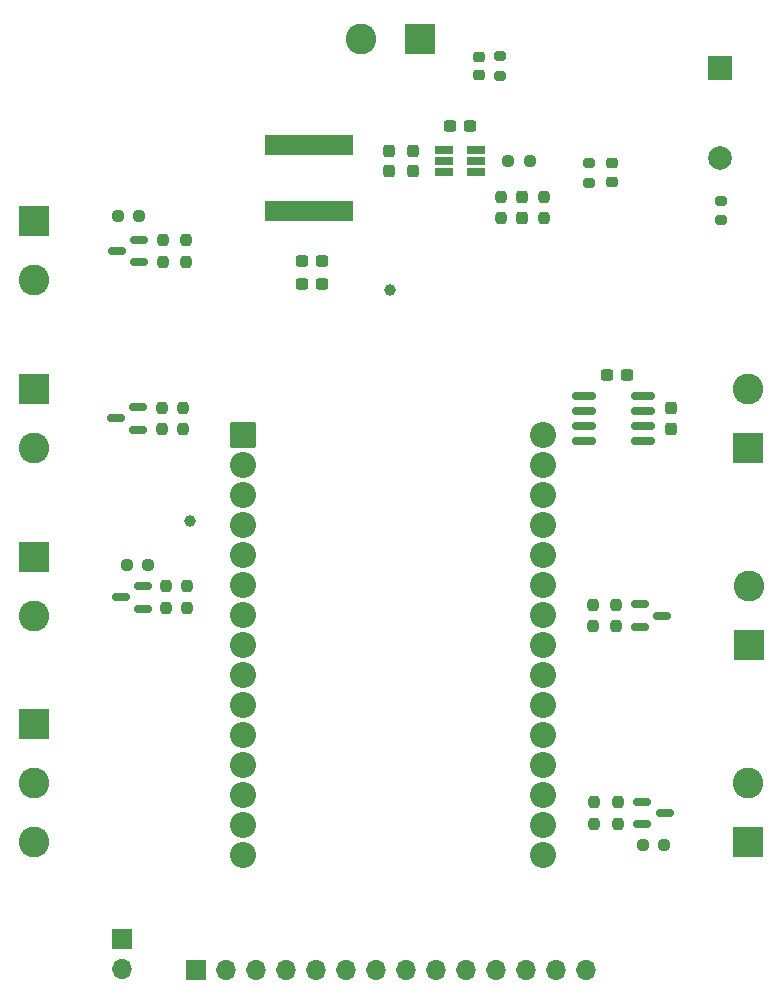
<source format=gts>
G04 #@! TF.GenerationSoftware,KiCad,Pcbnew,7.0.10*
G04 #@! TF.CreationDate,2024-04-22T09:57:33-04:00*
G04 #@! TF.ProjectId,reflow_oven_board_rev_2,7265666c-6f77-45f6-9f76-656e5f626f61,1.0*
G04 #@! TF.SameCoordinates,Original*
G04 #@! TF.FileFunction,Soldermask,Top*
G04 #@! TF.FilePolarity,Negative*
%FSLAX46Y46*%
G04 Gerber Fmt 4.6, Leading zero omitted, Abs format (unit mm)*
G04 Created by KiCad (PCBNEW 7.0.10) date 2024-04-22 09:57:33*
%MOMM*%
%LPD*%
G01*
G04 APERTURE LIST*
G04 Aperture macros list*
%AMRoundRect*
0 Rectangle with rounded corners*
0 $1 Rounding radius*
0 $2 $3 $4 $5 $6 $7 $8 $9 X,Y pos of 4 corners*
0 Add a 4 corners polygon primitive as box body*
4,1,4,$2,$3,$4,$5,$6,$7,$8,$9,$2,$3,0*
0 Add four circle primitives for the rounded corners*
1,1,$1+$1,$2,$3*
1,1,$1+$1,$4,$5*
1,1,$1+$1,$6,$7*
1,1,$1+$1,$8,$9*
0 Add four rect primitives between the rounded corners*
20,1,$1+$1,$2,$3,$4,$5,0*
20,1,$1+$1,$4,$5,$6,$7,0*
20,1,$1+$1,$6,$7,$8,$9,0*
20,1,$1+$1,$8,$9,$2,$3,0*%
G04 Aperture macros list end*
%ADD10R,2.600000X2.600000*%
%ADD11C,2.600000*%
%ADD12R,7.500000X1.800000*%
%ADD13R,1.560000X0.650000*%
%ADD14RoundRect,0.102000X-1.000000X-1.000000X1.000000X-1.000000X1.000000X1.000000X-1.000000X1.000000X0*%
%ADD15C,2.204000*%
%ADD16RoundRect,0.237500X0.237500X-0.250000X0.237500X0.250000X-0.237500X0.250000X-0.237500X-0.250000X0*%
%ADD17RoundRect,0.237500X-0.237500X0.250000X-0.237500X-0.250000X0.237500X-0.250000X0.237500X0.250000X0*%
%ADD18RoundRect,0.237500X-0.237500X0.300000X-0.237500X-0.300000X0.237500X-0.300000X0.237500X0.300000X0*%
%ADD19RoundRect,0.237500X0.300000X0.237500X-0.300000X0.237500X-0.300000X-0.237500X0.300000X-0.237500X0*%
%ADD20RoundRect,0.237500X0.237500X-0.300000X0.237500X0.300000X-0.237500X0.300000X-0.237500X-0.300000X0*%
%ADD21RoundRect,0.150000X0.587500X0.150000X-0.587500X0.150000X-0.587500X-0.150000X0.587500X-0.150000X0*%
%ADD22RoundRect,0.200000X0.275000X-0.200000X0.275000X0.200000X-0.275000X0.200000X-0.275000X-0.200000X0*%
%ADD23RoundRect,0.237500X0.250000X0.237500X-0.250000X0.237500X-0.250000X-0.237500X0.250000X-0.237500X0*%
%ADD24RoundRect,0.237500X-0.300000X-0.237500X0.300000X-0.237500X0.300000X0.237500X-0.300000X0.237500X0*%
%ADD25RoundRect,0.218750X0.256250X-0.218750X0.256250X0.218750X-0.256250X0.218750X-0.256250X-0.218750X0*%
%ADD26RoundRect,0.150000X-0.587500X-0.150000X0.587500X-0.150000X0.587500X0.150000X-0.587500X0.150000X0*%
%ADD27C,1.000000*%
%ADD28RoundRect,0.237500X-0.250000X-0.237500X0.250000X-0.237500X0.250000X0.237500X-0.250000X0.237500X0*%
%ADD29R,1.700000X1.700000*%
%ADD30O,1.700000X1.700000*%
%ADD31R,2.000000X2.000000*%
%ADD32C,2.000000*%
%ADD33RoundRect,0.150000X0.825000X0.150000X-0.825000X0.150000X-0.825000X-0.150000X0.825000X-0.150000X0*%
G04 APERTURE END LIST*
D10*
X113050000Y-82600000D03*
D11*
X113050000Y-87600000D03*
D12*
X136300000Y-61950000D03*
X136300000Y-67550000D03*
D13*
X147750000Y-62350000D03*
X147750000Y-63300000D03*
X147750000Y-64250000D03*
X150450000Y-64250000D03*
X150450000Y-63300000D03*
X150450000Y-62350000D03*
D14*
X130722500Y-86485000D03*
D15*
X130722500Y-89025000D03*
X130722500Y-91565000D03*
X130722500Y-94105000D03*
X130722500Y-96645000D03*
X130722500Y-99185000D03*
X130722500Y-101725000D03*
X130722500Y-104265000D03*
X130722500Y-106805000D03*
X130722500Y-109345000D03*
X130722500Y-111885000D03*
X130722500Y-114425000D03*
X130722500Y-116965000D03*
X130722500Y-119505000D03*
X130722500Y-122045000D03*
X156122500Y-122045000D03*
X156122500Y-119505000D03*
X156122500Y-116965000D03*
X156122500Y-114425000D03*
X156122500Y-111885000D03*
X156122500Y-109345000D03*
X156122500Y-106805000D03*
X156122500Y-104265000D03*
X156122500Y-101725000D03*
X156122500Y-99185000D03*
X156122500Y-96645000D03*
X156122500Y-94105000D03*
X156122500Y-91565000D03*
X156122500Y-89025000D03*
X156122500Y-86485000D03*
D16*
X124000000Y-71812500D03*
X124000000Y-69987500D03*
D17*
X156200000Y-66337500D03*
X156200000Y-68162500D03*
X126000000Y-99287500D03*
X126000000Y-101112500D03*
D18*
X167000000Y-84237500D03*
X167000000Y-85962500D03*
D19*
X163262500Y-81400000D03*
X161537500Y-81400000D03*
D10*
X113050000Y-111000000D03*
D11*
X113050000Y-116000000D03*
X113050000Y-121000000D03*
D20*
X154400000Y-68112500D03*
X154400000Y-66387500D03*
D16*
X160495000Y-119412500D03*
X160495000Y-117587500D03*
D17*
X125910000Y-69987500D03*
X125910000Y-71812500D03*
D21*
X121937500Y-71850000D03*
X121937500Y-69950000D03*
X120062500Y-70900000D03*
D17*
X162300000Y-100887500D03*
X162300000Y-102712500D03*
D22*
X160000000Y-65150000D03*
X160000000Y-63500000D03*
D23*
X155012500Y-63300000D03*
X153187500Y-63300000D03*
D24*
X135737500Y-73750000D03*
X137462500Y-73750000D03*
D25*
X162000000Y-65037500D03*
X162000000Y-63462500D03*
D26*
X164362500Y-100850000D03*
X164362500Y-102750000D03*
X166237500Y-101800000D03*
D16*
X152600000Y-68162500D03*
X152600000Y-66337500D03*
D21*
X121887500Y-86050000D03*
X121887500Y-84150000D03*
X120012500Y-85100000D03*
D16*
X160400000Y-102712500D03*
X160400000Y-100887500D03*
X124250000Y-101112500D03*
X124250000Y-99287500D03*
D27*
X143200000Y-74200000D03*
D17*
X125692500Y-84187500D03*
X125692500Y-86012500D03*
D28*
X164587500Y-121200000D03*
X166412500Y-121200000D03*
D10*
X113050000Y-68400000D03*
D11*
X113050000Y-73400000D03*
D10*
X145745000Y-52945000D03*
D11*
X140745000Y-52945000D03*
D10*
X173500000Y-87600000D03*
D11*
X173500000Y-82600000D03*
D25*
X150750000Y-56037500D03*
X150750000Y-54462500D03*
D16*
X123887500Y-86012500D03*
X123887500Y-84187500D03*
D21*
X122250000Y-101200000D03*
X122250000Y-99300000D03*
X120375000Y-100250000D03*
D10*
X173595000Y-104300000D03*
D11*
X173595000Y-99300000D03*
D23*
X121962500Y-68000000D03*
X120137500Y-68000000D03*
D19*
X149962500Y-60300000D03*
X148237500Y-60300000D03*
D29*
X120500000Y-129210000D03*
D30*
X120500000Y-131750000D03*
D17*
X162495000Y-117587500D03*
X162495000Y-119412500D03*
D31*
X171150000Y-55462500D03*
D32*
X171150000Y-63062500D03*
D22*
X152500000Y-56075000D03*
X152500000Y-54425000D03*
D24*
X135737500Y-71750000D03*
X137462500Y-71750000D03*
D26*
X164562500Y-117550000D03*
X164562500Y-119450000D03*
X166437500Y-118500000D03*
D20*
X145100000Y-64162500D03*
X145100000Y-62437500D03*
D27*
X126250000Y-93750000D03*
D20*
X143100000Y-64162500D03*
X143100000Y-62437500D03*
D23*
X122725000Y-97500000D03*
X120900000Y-97500000D03*
D10*
X113050000Y-96800000D03*
D11*
X113050000Y-101800000D03*
D22*
X171250000Y-68325000D03*
X171250000Y-66675000D03*
D10*
X173500000Y-121000000D03*
D11*
X173500000Y-116000000D03*
D33*
X164575000Y-87005000D03*
X164575000Y-85735000D03*
X164575000Y-84465000D03*
X164575000Y-83195000D03*
X159625000Y-83195000D03*
X159625000Y-84465000D03*
X159625000Y-85735000D03*
X159625000Y-87005000D03*
D29*
X126780000Y-131800000D03*
D30*
X129320000Y-131800000D03*
X131860000Y-131800000D03*
X134400000Y-131800000D03*
X136940000Y-131800000D03*
X139480000Y-131800000D03*
X142020000Y-131800000D03*
X144560000Y-131800000D03*
X147100000Y-131800000D03*
X149640000Y-131800000D03*
X152180000Y-131800000D03*
X154720000Y-131800000D03*
X157260000Y-131800000D03*
X159800000Y-131800000D03*
M02*

</source>
